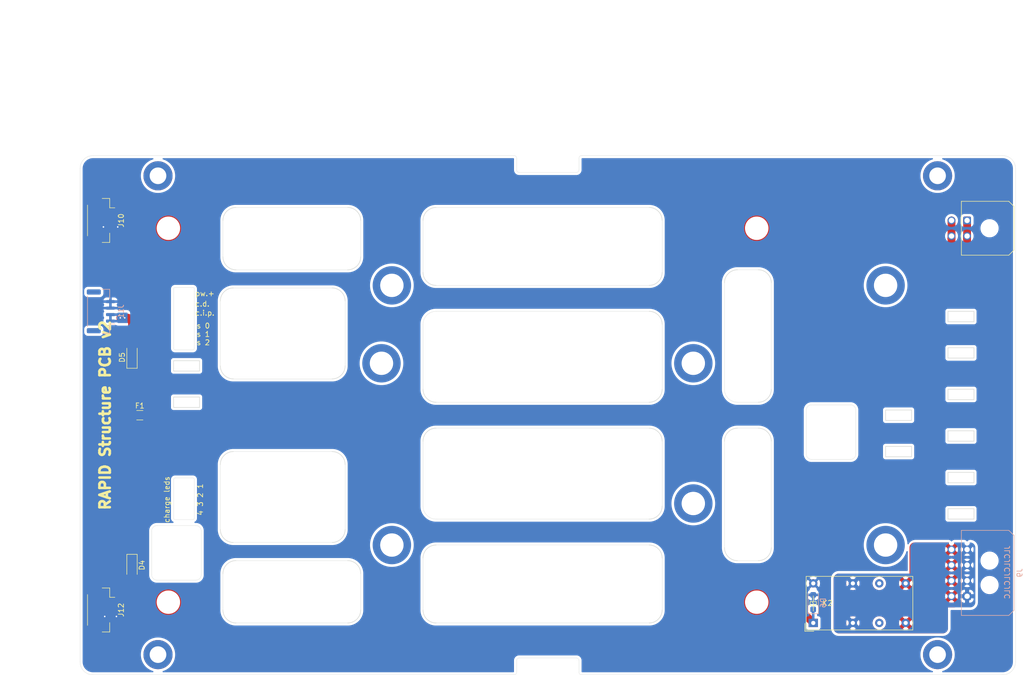
<source format=kicad_pcb>
(kicad_pcb (version 20241229) (generator "pcbnew") (generator_version "9.0")
  (layers (0 "F.Cu" signal) (2 "B.Cu" signal) (13 "F.Paste" user) (15 "B.Paste" user) (5 "F.SilkS" user "F.Silkscreen") (7 "B.SilkS" user "B.Silkscreen") (1 "F.Mask" user) (3 "B.Mask" user) (25 "Edge.Cuts" user))
  (net 0 "")
  (net 1 "GND")
  (net 4 "/SBin")
  (net 5 "/pre_fuse")
  (net 6 "/PBin")
  (net 7 "/post_arm")
  (net 8 "/SBout")
  (net 9 "/HCin")
  (net 10 "/HCout")
  (footprint "Mounting_Wuerth:Mounting_Wuerth_WA-SMSR-3.2mm_H4.6mm_ReverseMount_9775046960" (layer "F.Cu") (at 67 136)
    (property "Reference" "H1" (hide yes))
    (property "Value" "MountingHole" (hide yes))
    (pad "" np_thru_hole circle (at 0 0) (size 4.4 4.4) (drill 4.4) (layers "*.Cu" "*.Mask"))
    (pad "1" smd circle (at -2.975 0) (size 0.942 0.942) (layers "F.Cu"))
    (pad "1" smd circle (at 0 -2.975) (size 0.942 0.942) (layers "F.Cu"))
    (pad "1" smd circle (at 0 2.975) (size 0.942 0.942) (layers "F.Cu"))
    (pad "1" smd custom (at 2.975 0) (size 1.45 1.45) (layers "F.Cu" "F.Mask") (options (clearance outline) (anchor circle)) (primitives (gr_circle (center -2.975 0) (end 0 0) (width 1.45) (fill no))))
  )
  (footprint "Fuse:Fuse_1206_3216Metric_Pad1.42x1.75mm_HandSolder" (layer "F.Cu") (at 61.5 100)
    (property "Reference" "F1" (at 0 -1.82 0) (layer "F.SilkS"))
    (property "Value" "100 mA")
    (fp_line (start -0.602064 -0.91) (end 0.602064 -0.91) (stroke (width 0.12)) (layer "F.SilkS"))
    (fp_line (start -0.602064 0.91) (end 0.602064 0.91) (stroke (width 0.12)) (layer "F.SilkS"))
    (pad "1" smd roundrect (at -1.4875 0) (size 1.425 1.75) (layers "F.Cu" "F.Mask" "F.Paste") (roundrect_rratio 0.175439) (net 5 "/pre_fuse"))
    (pad "2" smd roundrect (at 1.4875 0) (size 1.425 1.75) (layers "F.Cu" "F.Mask" "F.Paste") (roundrect_rratio 0.175439) (net 8 "/SBout"))
  )
  (footprint "Mounting_Wuerth:Mounting_Wuerth_WA-SMSR-3.2mm_H4.6mm_ReverseMount_9775046960" (layer "F.Cu") (at 180.2 64)
    (property "Reference" "H4" (hide yes))
    (property "Value" "MountingHole" (hide yes))
    (pad "" np_thru_hole circle (at 0 0) (size 4.4 4.4) (drill 4.4) (layers "*.Cu" "*.Mask"))
    (pad "1" smd circle (at -2.975 0) (size 0.942 0.942) (layers "F.Cu"))
    (pad "1" smd circle (at 0 -2.975) (size 0.942 0.942) (layers "F.Cu"))
    (pad "1" smd circle (at 0 2.975) (size 0.942 0.942) (layers "F.Cu"))
    (pad "1" smd custom (at 2.975 0) (size 1.45 1.45) (layers "F.Cu" "F.Mask") (options (clearance outline) (anchor circle)) (primitives (gr_circle (center -2.975 0) (end 0 0) (width 1.45) (fill no))))
  )
  (footprint "MountingHole:MountingHole_3.2mm_M3_DIN965_Pad" (layer "F.Cu") (at 215 53.9)
    (property "Reference" "H12" (hide yes))
    (property "Value" "MountingHole" (hide yes))
    (pad "1" thru_hole circle (at 0 0) (size 5.6 5.6) (drill 3.2) (layers "*.Cu" "*.Mask"))
  )
  (footprint "Connector_JST:JST_GH_SM04B-GHS-TB_1x04-1MP_P1.25mm_Horizontal" (layer "F.Cu") (at 54 62.5 -90)
    (property "Reference" "J10" (at 0 -3.9 90) (layer "F.SilkS"))
    (property "Value" "JST-GH 4Pin" (hide yes))
    (fp_line (start -2.965 2.56) (end 2.965 2.56) (stroke (width 0.12)) (layer "F.SilkS"))
    (fp_line (start -4.235 -0.26) (end -4.235 -1.71) (stroke (width 0.12)) (layer "F.SilkS"))
    (fp_line (start 4.235 -0.26) (end 4.235 -1.71) (stroke (width 0.12)) (layer "F.SilkS"))
    (fp_line (start -4.235 -1.71) (end -2.435 -1.71) (stroke (width 0.12)) (layer "F.SilkS"))
    (fp_line (start -2.435 -1.71) (end -2.435 -2.7) (stroke (width 0.12)) (layer "F.SilkS"))
    (fp_line (start 4.235 -1.71) (end 2.435 -1.71) (stroke (width 0.12)) (layer "F.SilkS"))
    (pad "1" smd roundrect (at -1.875 -1.85 270) (size 0.6 1.7) (layers "F.Cu" "F.Mask" "F.Paste") (net 8 "/SBout"))
    (pad "2" smd roundrect (at -0.625 -1.85 270) (size 0.6 1.7) (layers "F.Cu" "F.Mask" "F.Paste") (net 8 "/SBout"))
    (pad "3" smd roundrect (at 0.625 -1.85 270) (size 0.6 1.7) (layers "F.Cu" "F.Mask" "F.Paste") (net 1 "GND"))
    (pad "4" smd roundrect (at 1.875 -1.85 270) (size 0.6 1.7) (layers "F.Cu" "F.Mask" "F.Paste") (net 1 "GND"))
    (pad "MP" smd roundrect (at -3.725 1.35 270) (size 1 2.7) (layers "F.Cu" "F.Mask" "F.Paste"))
    (pad "MP" smd roundrect (at 3.725 1.35 270) (size 1 2.7) (layers "F.Cu" "F.Mask" "F.Paste"))
  )
  (footprint "Relay_THT:Relay_DPDT_Finder_30.22" (layer "F.Cu") (at 191.0825 140)
    (property "Reference" "K2" (at 2.7175 -3.81 180) (layer "F.SilkS"))
    (property "Value" "FINDER-30.22")
    (fp_line (start -1.62 1.6) (end -1.62 0.1) (stroke (width 0.12)) (layer "F.SilkS"))
    (fp_line (start -1.37 -8.97) (end 19.15 -8.97) (stroke (width 0.12)) (layer "F.SilkS"))
    (fp_line (start -1.37 1.35) (end -1.37 -8.97) (stroke (width 0.12)) (layer "F.SilkS"))
    (fp_line (start -0.6 -4.1) (end -0.6 -3.4) (stroke (width 0.12)) (layer "F.SilkS"))
    (fp_line (start -0.6 -3.4) (end 0.6 -3.4) (stroke (width 0.12)) (layer "F.SilkS"))
    (fp_line (start 0 -4.1) (end 0 -5.2) (stroke (width 0.12)) (layer "F.SilkS"))
    (fp_line (start 0 -3.4) (end 0 -2.3) (stroke (width 0.12)) (layer "F.SilkS"))
    (fp_line (start 0.1 1.6) (end -1.62 1.6) (stroke (width 0.12)) (layer "F.SilkS"))
    (fp_line (start 0.2 -3.4) (end -0.2 -4.1) (stroke (width 0.12)) (layer "F.SilkS"))
    (fp_line (start 0.6 -4.1) (end -0.6 -4.1) (stroke (width 0.12)) (layer "F.SilkS"))
    (fp_line (start 0.6 -3.4) (end 0.6 -4.1) (stroke (width 0.12)) (layer "F.SilkS"))
    (fp_line (start 19.15 -8.97) (end 19.15 1.35) (stroke (width 0.12)) (layer "F.SilkS"))
    (fp_line (start 19.15 1.35) (end -1.37 1.35) (stroke (width 0.12)) (layer "F.SilkS"))
    (pad "11" thru_hole circle (at 7.62 0 90) (size 1.6 1.6) (drill 0.8) (layers "*.Cu" "*.Mask") (net 10 "/HCout"))
    (pad "12" thru_hole circle (at 12.7 0 90) (size 1.6 1.6) (drill 0.8) (layers "*.Cu" "*.Mask"))
    (pad "14" thru_hole circle (at 17.78 0 90) (size 1.6 1.6) (drill 0.8) (layers "*.Cu" "*.Mask") (net 9 "/HCin"))
    (pad "21" thru_hole circle (at 7.62 -7.62 90) (size 1.6 1.6) (drill 0.8) (layers "*.Cu" "*.Mask") (net 10 "/HCout"))
    (pad "22" thru_hole circle (at 12.7 -7.62 90) (size 1.6 1.6) (drill 0.8) (layers "*.Cu" "*.Mask"))
    (pad "24" thru_hole circle (at 17.78 -7.62 180) (size 1.6 1.6) (drill 0.8) (layers "*.Cu" "*.Mask") (net 9 "/HCin"))
    (pad "A1" thru_hole rect (at 0 0 90) (size 1.6 1.8) (drill 0.8) (layers "*.Cu" "*.Mask") (net 7 "/post_arm"))
    (pad "A2" thru_hole circle (at 0 -7.62 90) (size 1.6 1.6) (drill 0.8) (layers "*.Cu" "*.Mask") (net 1 "GND"))
  )
  (footprint "Diode_SMD:D_SOD-123F" (layer "F.Cu") (at 60 129 -90)
    (property "Reference" "D4" (at -0.127 -1.905 270) (layer "F.SilkS"))
    (property "Value" "~")
    (fp_line (start -2.21 1) (end 1.65 1) (stroke (width 0.12)) (layer "F.SilkS"))
    (fp_line (start -2.21 -1) (end -2.21 1) (stroke (width 0.12)) (layer "F.SilkS"))
    (fp_line (start -2.21 -1) (end 1.65 -1) (stroke (width 0.12)) (layer "F.SilkS"))
    (pad "1" smd roundrect (at -1.4 0 270) (size 1.1 1.1) (layers "F.Cu" "F.Mask" "F.Paste") (roundrect_rratio 0.2272727273) (net 5 "/pre_fuse"))
    (pad "2" smd roundrect (at 1.4 0 270) (size 1.1 1.1) (layers "F.Cu" "F.Mask" "F.Paste") (roundrect_rratio 0.2272727273) (net 4 "/SBin"))
  )
  (footprint "MountingHole:MountingHole_3.2mm_M3_DIN965_Pad" (layer "F.Cu") (at 65 146.1)
    (property "Reference" "H10" (hide yes))
    (property "Value" "MountingHole" (hide yes))
    (pad "1" thru_hole circle (at 0 0) (size 5.6 5.6) (drill 3.2) (layers "*.Cu" "*.Mask"))
  )
  (footprint "MountingHole:MountingHole_3.2mm_M3_DIN965_Pad" (layer "F.Cu") (at 215 146.1)
    (property "Reference" "H9" (hide yes))
    (property "Value" "MountingHole" (hide yes))
    (pad "1" thru_hole circle (at 0 0) (size 5.6 5.6) (drill 3.2) (layers "*.Cu" "*.Mask"))
  )
  (footprint "MountingHole:MountingHole_3.2mm_M3_DIN965_Pad" (layer "F.Cu") (at 65 53.9)
    (property "Reference" "H11" (hide yes))
    (property "Value" "MountingHole" (hide yes))
    (pad "1" thru_hole circle (at 0 0) (size 5.6 5.6) (drill 3.2) (layers "*.Cu" "*.Mask"))
  )
  (footprint "stigma:Molex_Micro-Fit_3.0_43045-0400_2x02_P3.00mm_Horizontal" (layer "F.Cu") (at 220.68 62.5 -90)
    (property "Reference" "J6" (hide yes))
    (property "Value" "6620XX236022_662004236022" (hide yes))
    (fp_line (start -3.685 1.1) (end -3.685 -8.03) (stroke (width 0.12)) (layer "F.SilkS"))
    (fp_line (start 6.685 1.1) (end -3.685 1.1) (stroke (width 0.12)) (layer "F.SilkS"))
    (fp_line (start -3.685 -8.03) (end -2.685 -9.03) (stroke (width 0.12)) (layer "F.SilkS"))
    (fp_line (start 6.685 -8.03) (end 6.685 1.1) (stroke (width 0.12)) (layer "F.SilkS"))
    (fp_line (start -2.685 -9.03) (end 5.685 -9.03) (stroke (width 0.12)) (layer "F.SilkS"))
    (fp_line (start 5.685 -9.03) (end 6.685 -8.03) (stroke (width 0.12)) (layer "F.SilkS"))
    (pad "" np_thru_hole circle (at 1.5 -4.32 270) (size 3 3) (drill 3) (layers "*.Cu" "*.Mask"))
    (pad "1" thru_hole roundrect (at 0 0 270) (size 1.5 1.5) (drill 1.02) (layers "*.Cu" "*.Mask") (roundrect_rratio 0.166667) (net 7 "/post_arm"))
    (pad "2" thru_hole circle (at 3 0 270) (size 1.5 1.5) (drill 1.02) (layers "*.Cu" "*.Mask") (net 7 "/post_arm"))
    (pad "3" thru_hole circle (at 0 3 270) (size 1.5 1.5) (drill 1.02) (layers "*.Cu" "*.Mask") (net 8 "/SBout"))
    (pad "4" thru_hole circle (at 3 3 270) (size 1.5 1.5) (drill 1.02) (layers "*.Cu" "*.Mask") (net 8 "/SBout"))
  )
  (footprint "Mounting_Wuerth:Mounting_Wuerth_WA-SMSR-3.2mm_H4.6mm_ReverseMount_9775046960" (layer "F.Cu") (at 67 64)
    (property "Reference" "H2" (hide yes))
    (property "Value" "MountingHole" (hide yes))
    (pad "" np_thru_hole circle (at 0 0) (size 4.4 4.4) (drill 4.4) (layers "*.Cu" "*.Mask"))
    (pad "1" smd circle (at -2.975 0) (size 0.942 0.942) (layers "F.Cu"))
    (pad "1" smd circle (at 0 -2.975) (size 0.942 0.942) (layers "F.Cu"))
    (pad "1" smd circle (at 0 2.975) (size 0.942 0.942) (layers "F.Cu"))
    (pad "1" smd custom (at 2.975 0) (size 1.45 1.45) (layers "F.Cu" "F.Mask") (options (clearance outline) (anchor circle)) (primitives (gr_circle (center -2.975 0) (end 0 0) (width 1.45) (fill no))))
  )
  (footprint "Connector_JST:JST_GH_SM04B-GHS-TB_1x04-1MP_P1.25mm_Horizontal" (layer "F.Cu") (at 54 137.5 -90)
    (property "Reference" "J12" (at 0 -3.9 90) (layer "F.SilkS"))
    (property "Value" "JST-GH 4Pin" (hide yes))
    (fp_line (start -2.965 2.56) (end 2.965 2.56) (stroke (width 0.12)) (layer "F.SilkS"))
    (fp_line (start -4.235 -0.26) (end -4.235 -1.71) (stroke (width 0.12)) (layer "F.SilkS"))
    (fp_line (start 4.235 -0.26) (end 4.235 -1.71) (stroke (width 0.12)) (layer "F.SilkS"))
    (fp_line (start -4.235 -1.71) (end -2.435 -1.71) (stroke (width 0.12)) (layer "F.SilkS"))
    (fp_line (start -2.435 -1.71) (end -2.435 -2.7) (stroke (width 0.12)) (layer "F.SilkS"))
    (fp_line (start 4.235 -1.71) (end 2.435 -1.71) (stroke (width 0.12)) (layer "F.SilkS"))
    (pad "1" smd roundrect (at -1.875 -1.85 270) (size 0.6 1.7) (layers "F.Cu" "F.Mask" "F.Paste") (net 4 "/SBin"))
    (pad "2" smd roundrect (at -0.625 -1.85 270) (size 0.6 1.7) (layers "F.Cu" "F.Mask" "F.Paste") (net 4 "/SBin"))
    (pad "3" smd roundrect (at 0.625 -1.85 270) (size 0.6 1.7) (layers "F.Cu" "F.Mask" "F.Paste") (net 1 "GND"))
    (pad "4" smd roundrect (at 1.875 -1.85 270) (size 0.6 1.7) (layers "F.Cu" "F.Mask" "F.Paste") (net 1 "GND"))
    (pad "MP" smd roundrect (at -3.725 1.35 270) (size 1 2.7) (layers "F.Cu" "F.Mask" "F.Paste"))
    (pad "MP" smd roundrect (at 3.725 1.35 270) (size 1 2.7) (layers "F.Cu" "F.Mask" "F.Paste"))
  )
  (footprint "Diode_SMD:D_SOD-123F" (layer "F.Cu") (at 60 88.75 90)
    (property "Reference" "D5" (at -0.127 -1.905 90) (layer "F.SilkS"))
    (property "Value" "~")
    (fp_line (start -2.21 -1) (end 1.65 -1) (stroke (width 0.12)) (layer "F.SilkS"))
    (fp_line (start -2.21 -1) (end -2.21 1) (stroke (width 0.12)) (layer "F.SilkS"))
    (fp_line (start -2.21 1) (end 1.65 1) (stroke (width 0.12)) (layer "F.SilkS"))
    (pad "1" smd roundrect (at -1.4 0 90) (size 1.1 1.1) (layers "F.Cu" "F.Mask" "F.Paste") (roundrect_rratio 0.2272727273) (net 5 "/pre_fuse"))
    (pad "2" smd roundrect (at 1.4 0 90) (size 1.1 1.1) (layers "F.Cu" "F.Mask" "F.Paste") (roundrect_rratio 0.2272727273) (net 6 "/PBin"))
  )
  (footprint "Mounting_Wuerth:Mounting_Wuerth_WA-SMSR-3.2mm_H4.6mm_ReverseMount_9775046960" (layer "F.Cu") (at 180.2 136)
    (property "Reference" "H3" (hide yes))
    (property "Value" "MountingHole" (hide yes))
    (pad "" np_thru_hole circle (at 0 0) (size 4.4 4.4) (drill 4.4) (layers "*.Cu" "*.Mask"))
    (pad "1" smd circle (at -2.975 0) (size 0.942 0.942) (layers "F.Cu"))
    (pad "1" smd circle (at 0 -2.975) (size 0.942 0.942) (layers "F.Cu"))
    (pad "1" smd circle (at 0 2.975) (size 0.942 0.942) (layers "F.Cu"))
    (pad "1" smd custom (at 2.975 0) (size 1.45 1.45) (layers "F.Cu" "F.Mask") (options (clearance outline) (anchor circle)) (primitives (gr_circle (center -2.975 0) (end 0 0) (width 1.45) (fill no))))
  )
  (footprint "Mounting_Wuerth:Mounting_Wuerth_WA-SMSR-3.2mm_H4.6mm_ReverseMount_9775046960" (layer "B.Cu") (at 110 75)
    (property "Reference" "H8" (at 0 0 180) (layer "B.SilkS") (effects (justify mirror)))
    (property "Value" "MountingHole" (hide yes))
    (pad "" np_thru_hole circle (at 0 0) (size 4.4 4.4) (drill 4.4) (layers "*.Cu" "*.Mask"))
    (pad "1" smd circle (at -2.975 0) (size 0.942 0.942) (layers "B.Cu"))
    (pad "1" smd circle (at 0 -2.975) (size 0.942 0.942) (layers "B.Cu"))
    (pad "1" smd circle (at 0 2.975) (size 0.942 0.942) (layers "B.Cu"))
    (pad "1" smd custom (at 2.975 0) (size 1.45 1.45) (layers "B.Cu" "B.Mask") (options (clearance outline) (anchor circle)) (primitives (gr_circle (center -2.975 0) (end 0 0) (width 1.45) (fill no))))
  )
  (footprint "Connector_Molex:Molex_Micro-Fit_3.0_43045-0800_2x04_P3.00mm_Horizontal" (layer "B.Cu") (at 220.68 134.86 90)
    (property "Reference" "J9" (at 4.5 10.12 90) (layer "B.SilkS") (effects (justify mirror)))
    (property "Value" "Conn_02x04_Top_Bottom")
    (fp_line (start 12.685 -1.1) (end -3.685 -1.1) (stroke (width 0.12)) (layer "B.SilkS"))
    (fp_line (start -3.685 -1.1) (end -3.685 8.03) (stroke (width 0.12)) (layer "B.SilkS"))
    (fp_line (start 12.685 8.03) (end 12.685 -1.1) (stroke (width 0.12)) (layer "B.SilkS"))
    (fp_line (start -3.685 8.03) (end -2.685 9.03) (stroke (width 0.12)) (layer "B.SilkS"))
    (fp_line (start 11.685 9.03) (end 12.685 8.03) (stroke (width 0.12)) (layer "B.SilkS"))
    (fp_line (start -2.685 9.03) (end 11.685 9.03) (stroke (width 0.12)) (layer "B.SilkS"))
    (pad "" np_thru_hole circle (at 2.16 4.32 90) (size 3 3) (drill 3) (layers "*.Cu" "*.Mask"))
    (pad "" np_thru_hole circle (at 6.86 4.32 90) (size 3 3) (drill 3) (layers "*.Cu" "*.Mask"))
    (pad "1" thru_hole roundrect (at 0 0 90) (size 1.5 1.5) (drill 1.02) (layers "*.Cu" "*.Mask") (roundrect_rratio 0.166667) (net 10 "/HCout"))
    (pad "2" thru_hole circle (at 3 0 90) (size 1.5 1.5) (drill 1.02) (layers "*.Cu" "*.Mask") (net 10 "/HCout"))
    (pad "3" thru_hole circle (at 6 0 90) (size 1.5 1.5) (drill 1.02) (layers "*.Cu" "*.Mask") (net 10 "/HCout"))
    (pad "4" thru_hole circle (at 9 0 90) (size 1.5 1.5) (drill 1.02) (layers "*.Cu" "*.Mask") (net 10 "/HCout"))
    (pad "5" thru_hole circle (at 0 -3 90) (size 1.5 1.5) (drill 1.02) (layers "*.Cu" "*.Mask") (net 9 "/HCin"))
    (pad "6" thru_hole circle (at 3 -3 90) (size 1.5 1.5) (drill 1.02) (layers "*.Cu" "*.Mask") (net 9 "/HCin"))
    (pad "7" thru_hole circle (at 6 -3 90) (size 1.5 1.5) (drill 1.02) (layers "*.Cu" "*.Mask") (net 9 "/HCin"))
    (pad "8" thru_hole circle (at 9 -3 90) (size 1.5 1.5) (drill 1.02) (layers "*.Cu" "*.Mask") (net 9 "/HCin"))
  )
  (footprint "Connector_JST:JST_GH_SM04B-GHS-TB_1x04-1MP_P1.25mm_Horizontal" (layer "B.Cu") (at 54 80 90)
    (property "Reference" "J11" (at 0 3.9 90) (layer "B.SilkS") (effects (justify mirror)))
    (property "Value" "JST-GH 4Pin" (hide yes))
    (fp_line (start -2.965 -2.56) (end 2.965 -2.56) (stroke (width 0.12)) (layer "B.SilkS"))
    (fp_line (start 4.235 0.26) (end 4.235 1.71) (stroke (width 0.12)) (layer "B.SilkS"))
    (fp_line (start -4.235 0.26) (end -4.235 1.71) (stroke (width 0.12)) (layer "B.SilkS"))
    (fp_line (start 4.235 1.71) (end 2.435 1.71) (stroke (width 0.12)) (layer "B.SilkS"))
    (fp_line (start -2.435 1.71) (end -2.435 2.7) (stroke (width 0.12)) (layer "B.SilkS"))
    (fp_line (start -4.235 1.71) (end -2.435 1.71) (stroke (width 0.12)) (layer "B.SilkS"))
    (pad "1" smd roundrect (at -1.875 1.85 90) (size 0.6 1.7) (layers "B.Cu" "B.Mask" "B.Paste") (net 6 "/PBin"))
    (pad "2" smd roundrect (at -0.625 1.85 90) (size 0.6 1.7) (layers "B.Cu" "B.Mask" "B.Paste") (net 6 "/PBin"))
    (pad "3" smd roundrect (at 0.625 1.85 90) (size 0.6 1.7) (layers "B.Cu" "B.Mask" "B.Paste") (net 1 "GND"))
    (pad "4" smd roundrect (at 1.875 1.85 90) (size 0.6 1.7) (layers "B.Cu" "B.Mask" "B.Paste") (net 1 "GND"))
    (pad "MP" smd roundrect (at -3.725 -1.35 90) (size 1 2.7) (layers "B.Cu" "B.Mask" "B.Paste"))
    (pad "MP" smd roundrect (at 3.725 -1.35 90) (size 1 2.7) (layers "B.Cu" "B.Mask" "B.Paste"))
  )
  (footprint "Mounting_Wuerth:Mounting_Wuerth_WA-SMSR-3.2mm_H4.6mm_ReverseMount_9775046960" (layer "B.Cu") (at 110 125)
    (property "Reference" "H7" (at 0 0 180) (layer "B.SilkS") (effects (justify mirror)))
    (property "Value" "MountingHole" (hide yes))
    (pad "" np_thru_hole circle (at 0 0) (size 4.4 4.4) (drill 4.4) (layers "*.Cu" "*.Mask"))
    (pad "1" smd circle (at -2.975 0) (size 0.942 0.942) (layers "B.Cu"))
    (pad "1" smd circle (at 0 -2.975) (size 0.942 0.942) (layers "B.Cu"))
    (pad "1" smd circle (at 0 2.975) (size 0.942 0.942) (layers "B.Cu"))
    (pad "1" smd custom (at 2.975 0) (size 1.45 1.45) (layers "B.Cu" "B.Mask") (options (clearance outline) (anchor circle)) (primitives (gr_circle (center -2.975 0) (end 0 0) (width 1.45) (fill no))))
  )
  (footprint "Mounting_Wuerth:Mounting_Wuerth_WA-SMSR-3.2mm_H4.6mm_ReverseMount_9775046960" (layer "B.Cu") (at 168 117)
    (property "Reference" "H15" (hide yes))
    (property "Value" "MountingHole")
    (pad "" np_thru_hole circle (at 0 0) (size 4.4 4.4) (drill 4.4) (layers "*.Cu" "*.Mask"))
    (pad "1" smd circle (at -2.975 0) (size 0.942 0.942) (layers "B.Cu"))
    (pad "1" smd circle (at 0 -2.975) (size 0.942 0.942) (layers "B.Cu"))
    (pad "1" smd circle (at 0 2.975) (size 0.942 0.942) (layers "B.Cu"))
    (pad "1" smd custom (at 2.975 0) (size 1.45 1.45) (layers "B.Cu" "B.Mask") (options (clearance outline) (anchor circle)) (primitives (gr_circle (center -2.975 0) (end 0 0) (width 1.45) (fill no))))
  )
  (footprint "Diode_SMD:D_SOD-123F" (layer "B.Cu") (at 191.06325 136 90)
    (property "Reference" "D6" (at -0.127 1.905 270) (layer "B.SilkS") (effects (justify mirror)))
    (property "Value" "~")
    (fp_line (start -2.21 -1) (end 1.65 -1) (stroke (width 0.12)) (layer "B.SilkS"))
    (fp_line (start -2.21 1) (end -2.21 -1) (stroke (width 0.12)) (layer "B.SilkS"))
    (fp_line (start -2.21 1) (end 1.65 1) (stroke (width 0.12)) (layer "B.SilkS"))
    (pad "1" smd roundrect (at -1.4 0 90) (size 1.1 1.1) (layers "B.Cu" "B.Mask" "B.Paste") (roundrect_rratio 0.2272727273) (net 7 "/post_arm"))
    (pad "2" smd roundrect (at 1.4 0 90) (size 1.1 1.1) (layers "B.Cu" "B.Mask" "B.Paste") (roundrect_rratio 0.2272727273) (net 1 "GND"))
  )
  (footprint "Mounting_Wuerth:Mounting_Wuerth_WA-SMSR-3.2mm_H4.6mm_ReverseMount_9775046960" (layer "B.Cu") (at 205 75)
    (property "Reference" "H5" (at 0 0 180) (layer "B.SilkS") (effects (justify mirror)))
    (property "Value" "MountingHole" (hide yes))
    (pad "" np_thru_hole circle (at 0 0) (size 4.4 4.4) (drill 4.4) (layers "*.Cu" "*.Mask"))
    (pad "1" smd circle (at -2.975 0) (size 0.942 0.942) (layers "B.Cu"))
    (pad "1" smd circle (at 0 -2.975) (size 0.942 0.942) (layers "B.Cu"))
    (pad "1" smd circle (at 0 2.975) (size 0.942 0.942) (layers "B.Cu"))
    (pad "1" smd custom (at 2.975 0) (size 1.45 1.45) (layers "B.Cu" "B.Mask") (options (clearance outline) (anchor circle)) (primitives (gr_circle (center -2.975 0) (end 0 0) (width 1.45) (fill no))))
  )
  (footprint "Mounting_Wuerth:Mounting_Wuerth_WA-SMSR-3.2mm_H4.6mm_ReverseMount_9775046960" (layer "B.Cu") (at 205 125)
    (property "Reference" "H6" (at 0 0 180) (layer "B.SilkS") (effects (justify mirror)))
    (property "Value" "MountingHole" (hide yes))
    (pad "" np_thru_hole circle (at 0 0) (size 4.4 4.4) (drill 4.4) (layers "*.Cu" "*.Mask"))
    (pad "1" smd circle (at -2.975 0) (size 0.942 0.942) (layers "B.Cu"))
    (pad "1" smd circle (at 0 -2.975) (size 0.942 0.942) (layers "B.Cu"))
    (pad "1" smd circle (at 0 2.975) (size 0.942 0.942) (layers "B.Cu"))
    (pad "1" smd custom (at 2.975 0) (size 1.45 1.45) (layers "B.Cu" "B.Mask") (options (clearance outline) (anchor circle)) (primitives (gr_circle (center -2.975 0) (end 0 0) (width 1.45) (fill no))))
  )
  (footprint "Mounting_Wuerth:Mounting_Wuerth_WA-SMSR-3.2mm_H4.6mm_ReverseMount_9775046960" (layer "B.Cu") (at 108 90)
    (property "Reference" "H13" (hide yes))
    (property "Value" "MountingHole")
    (pad "" np_thru_hole circle (at 0 0) (size 4.4 4.4) (drill 4.4) (layers "*.Cu" "*.Mask"))
    (pad "1" smd circle (at -2.975 0) (size 0.942 0.942) (layers "B.Cu"))
    (pad "1" smd circle (at 0 -2.975) (size 0.942 0.942) (layers "B.Cu"))
    (pad "1" smd circle (at 0 2.975) (size 0.942 0.942) (layers "B.Cu"))
    (pad "1" smd custom (at 2.975 0) (size 1.45 1.45) (layers "B.Cu" "B.Mask") (options (clearance outline) (anchor circle)) (primitives (gr_circle (center -2.975 0) (end 0 0) (width 1.45) (fill no))))
  )
  (footprint "Mounting_Wuerth:Mounting_Wuerth_WA-SMSR-3.2mm_H4.6mm_ReverseMount_9775046960" (layer "B.Cu") (at 168 90)
    (property "Reference" "H14" (hide yes))
    (property "Value" "MountingHole")
    (pad "" np_thru_hole circle (at 0 0) (size 4.4 4.4) (drill 4.4) (layers "*.Cu" "*.Mask"))
    (pad "1" smd circle (at -2.975 0) (size 0.942 0.942) (layers "B.Cu"))
    (pad "1" smd circle (at 0 -2.975) (size 0.942 0.942) (layers "B.Cu"))
    (pad "1" smd circle (at 0 2.975) (size 0.942 0.942) (layers "B.Cu"))
    (pad "1" smd custom (at 2.975 0) (size 1.45 1.45) (layers "B.Cu" "B.Mask") (options (clearance outline) (anchor circle)) (primitives (gr_circle (center -2.975 0) (end 0 0) (width 1.45) (fill no))))
  )
  (gr_arc (start 118.5 140) (mid 116.732233 139.267767) (end 116 137.5) (stroke (width 0.1)) (layer "Edge.Cuts"))
  (gr_rect (start 217 95) (end 222 97) (stroke (width 0.1)) (fill no) (layer "Edge.Cuts"))
  (gr_arc (start 80 72) (mid 78.232233 71.267767) (end 77.5 69.5) (stroke (width 0.1)) (layer "Edge.Cuts"))
  (gr_arc (start 68 112.4) (mid 68.087868 112.187868) (end 68.3 112.1) (stroke (width 0.05)) (layer "Edge.Cuts"))
  (gr_line (start 104 137.5) (end 104 130.5) (stroke (width 0.05)) (layer "Edge.Cuts"))
  (gr_line (start 72.3 121.25) (end 64.8 121.25) (stroke (width 0.05)) (layer "Edge.Cuts"))
  (gr_line (start 104 69.5) (end 104 62.5) (stroke (width 0.05)) (layer "Edge.Cuts"))
  (gr_line (start 52.5 50) (end 133.5 50) (stroke (width 0.05)) (layer "Edge.Cuts"))
  (gr_arc (start 134 149.5) (mid 133.853553 149.853553) (end 133.5 150) (stroke (width 0.05)) (layer "Edge.Cuts"))
  (gr_arc (start 73.3 130.75) (mid 73.007107 131.457107) (end 72.3 131.75) (stroke (width 0.05)) (layer "Edge.Cuts"))
  (gr_arc (start 183 95) (mid 182.267767 96.767767) (end 180.5 97.5) (stroke (width 0.1)) (layer "Edge.Cuts"))
  (gr_line (start 116 62.5) (end 116 72.5) (stroke (width 0.05)) (layer "Edge.Cuts"))
  (gr_arc (start 159.5 102.5) (mid 161.267767 103.232233) (end 162 105) (stroke (width 0.1)) (layer "Edge.Cuts"))
  (gr_line (start 77 90.5) (end 77 78) (stroke (width 0.05)) (layer "Edge.Cuts"))
  (gr_arc (start 50 52.5) (mid 50.732233 50.732233) (end 52.5 50) (stroke (width 0.05)) (layer "Edge.Cuts"))
  (gr_arc (start 77.5 62.5) (mid 78.232233 60.732233) (end 80 60) (stroke (width 0.1)) (layer "Edge.Cuts"))
  (gr_arc (start 176.5 128) (mid 174.732233 127.267767) (end 174 125.5) (stroke (width 0.1)) (layer "Edge.Cuts"))
  (gr_line (start 183 125.5) (end 183 105) (stroke (width 0.05)) (layer "Edge.Cuts"))
  (gr_line (start 146.5 50) (end 227.5 50) (stroke (width 0.05)) (layer "Edge.Cuts"))
  (gr_line (start 77.5 137.5) (end 77.5 130.5) (stroke (width 0.05)) (layer "Edge.Cuts"))
  (gr_arc (start 199.25 107.5) (mid 198.957107 108.207107) (end 198.25 108.5) (stroke (width 0.05)) (layer "Edge.Cuts"))
  (gr_line (start 227.5 150) (end 146.5 150) (stroke (width 0.05)) (layer "Edge.Cuts"))
  (gr_rect (start 217 111) (end 222 113) (stroke (width 0.1)) (fill no) (layer "Edge.Cuts"))
  (gr_arc (start 98.5 107) (mid 100.267767 107.732233) (end 101 109.5) (stroke (width 0.1)) (layer "Edge.Cuts"))
  (gr_arc (start 189.75 99) (mid 190.042893 98.292893) (end 190.75 98) (stroke (width 0.05)) (layer "Edge.Cuts"))
  (gr_line (start 72 75.7) (end 72 87.1) (stroke (width 0.05)) (layer "Edge.Cuts"))
  (gr_line (start 68 87.1) (end 68 75.7) (stroke (width 0.05)) (layer "Edge.Cuts"))
  (gr_arc (start 162 117.5) (mid 161.267767 119.267767) (end 159.5 120) (stroke (width 0.1)) (layer "Edge.Cuts"))
  (gr_line (start 80 72) (end 101.5 72) (stroke (width 0.05)) (layer "Edge.Cuts"))
  (gr_line (start 118.5 75) (end 159.5 75) (stroke (width 0.05)) (layer "Edge.Cuts"))
  (gr_line (start 79.5 124.5) (end 98.5 124.5) (stroke (width 0.05)) (layer "Edge.Cuts"))
  (gr_line (start 230 52.5) (end 230 147.5) (stroke (width 0.05)) (layer "Edge.Cuts"))
  (gr_arc (start 146 52.75) (mid 145.853553 53.103553) (end 145.5 53.25) (stroke (width 0.05)) (layer "Edge.Cuts"))
  (gr_line (start 189.75 99) (end 189.75 107.5) (stroke (width 0.05)) (layer "Edge.Cuts"))
  (gr_line (start 101 90.5) (end 101 78) (stroke (width 0.05)) (layer "Edge.Cuts"))
  (gr_arc (start 116 127.5) (mid 116.732233 125.732233) (end 118.5 125) (stroke (width 0.1)) (layer "Edge.Cuts"))
  (gr_arc (start 174 105) (mid 174.732233 103.232233) (end 176.5 102.5) (stroke (width 0.1)) (layer "Edge.Cuts"))
  (gr_line (start 174 95) (end 174 74.5) (stroke (width 0.05)) (layer "Edge.Cuts"))
  (gr_line (start 118.5 102.5) (end 159.5 102.5) (stroke (width 0.05)) (layer "Edge.Cuts"))
  (gr_arc (start 162 72.5) (mid 161.267767 74.267767) (end 159.5 75) (stroke (width 0.1)) (layer "Edge.Cuts"))
  (gr_line (start 133.5 150) (end 52.5 150) (stroke (width 0.05)) (layer "Edge.Cuts"))
  (gr_line (start 134.5 146.75) (end 145.5 146.75) (stroke (width 0.05)) (layer "Edge.Cuts"))
  (gr_arc (start 77 109.5) (mid 77.732233 107.732233) (end 79.5 107) (stroke (width 0.1)) (layer "Edge.Cuts"))
  (gr_arc (start 64.8 131.75) (mid 64.092893 131.457107) (end 63.8 130.75) (stroke (width 0.05)) (layer "Edge.Cuts"))
  (gr_arc (start 146 50.5) (mid 146.146447 50.146447) (end 146.5 50) (stroke (width 0.05)) (layer "Edge.Cuts"))
  (gr_arc (start 198.25 98) (mid 198.957107 98.292893) (end 199.25 99) (stroke (width 0.05)) (layer "Edge.Cuts"))
  (gr_arc (start 134.5 53.25) (mid 134.146447 53.103553) (end 134 52.75) (stroke (width 0.05)) (layer "Edge.Cuts"))
  (gr_arc (start 116 105) (mid 116.732233 103.232233) (end 118.5 102.5) (stroke (width 0.1)) (layer "Edge.Cuts"))
  (gr_line (start 176.5 72) (end 180.5 72) (stroke (width 0.05)) (layer "Edge.Cuts"))
  (gr_line (start 145.5 53.25) (end 134.5 53.25) (stroke (width 0.05)) (layer "Edge.Cuts"))
  (gr_line (start 63.8 122.25) (end 63.8 130.75) (stroke (width 0.05)) (layer "Edge.Cuts"))
  (gr_rect (start 68 89.5) (end 73 91.5) (stroke (width 0.1)) (fill no) (layer "Edge.Cuts"))
  (gr_line (start 98.5 107) (end 79.5 107) (stroke (width 0.05)) (layer "Edge.Cuts"))
  (gr_line (start 77 122) (end 77 109.5) (stroke (width 0.05)) (layer "Edge.Cuts"))
  (gr_line (start 116 137.5) (end 116 127.5) (stroke (width 0.05)) (layer "Edge.Cuts"))
  (gr_line (start 77.5 62.5) (end 77.5 69.5) (stroke (width 0.05)) (layer "Edge.Cuts"))
  (gr_arc (start 230 147.5) (mid 229.267767 149.267767) (end 227.5 150) (stroke (width 0.05)) (layer "Edge.Cuts"))
  (gr_line (start 64.8 131.75) (end 72.3 131.75) (stroke (width 0.05)) (layer "Edge.Cuts"))
  (gr_line (start 98.5 75.5) (end 79.5 75.5) (stroke (width 0.05)) (layer "Edge.Cuts"))
  (gr_line (start 101.5 140) (end 80 140) (stroke (width 0.05)) (layer "Edge.Cuts"))
  (gr_rect (start 205 99) (end 210 101) (stroke (width 0.1)) (fill no) (layer "Edge.Cuts"))
  (gr_arc (start 104 137.5) (mid 103.267768 139.26777) (end 101.5 140) (stroke (width 0.1)) (layer "Edge.Cuts"))
  (gr_arc (start 133.5 50) (mid 133.853553 50.146447) (end 134 50.5) (stroke (width 0.05)) (layer "Edge.Cuts"))
  (gr_arc (start 71.7 75.4) (mid 71.912132 75.487868) (end 72 75.7) (stroke (width 0.05)) (layer "Edge.Cuts"))
  (gr_arc (start 52.5 150) (mid 50.732233 149.267767) (end 50 147.5) (stroke (width 0.05)) (layer "Edge.Cuts"))
  (gr_arc (start 101.5 60) (mid 103.267767 60.732233) (end 104 62.5) (stroke (width 0.1)) (layer "Edge.Cuts"))
  (gr_arc (start 159.5 125) (mid 161.267767 125.732233) (end 162 127.5) (stroke (width 0.1)) (layer "Edge.Cuts"))
  (gr_rect (start 217 87) (end 222 89) (stroke (width 0.1)) (fill no) (layer "Edge.Cuts"))
  (gr_line (start 176.5 97.5) (end 180.5 97.5) (stroke (width 0.05)) (layer "Edge.Cuts"))
  (gr_rect (start 68 96.5) (end 73 98.5) (stroke (width 0.1)) (fill no) (layer "Edge.Cuts"))
  (gr_arc (start 71.7 112.1) (mid 71.912132 112.187868) (end 72 112.4) (stroke (width 0.05)) (layer "Edge.Cuts"))
  (gr_arc (start 68.3 120.1) (mid 68.087868 120.012132) (end 68 119.8) (stroke (width 0.05)) (layer "Edge.Cuts"))
  (gr_line (start 68.3 112.1) (end 71.7 112.1) (stroke (width 0.05)) (layer "Edge.Cuts"))
  (gr_arc (start 145.5 146.75) (mid 145.853553 146.896447) (end 146 147.25) (stroke (width 0.05)) (layer "Edge.Cuts"))
  (gr_line (start 71.7 120.1) (end 68.3 120.1) (stroke (width 0.05)) (layer "Edge.Cuts"))
  (gr_line (start 118.5 125) (end 159.5 125) (stroke (width 0.05)) (layer "Edge.Cuts"))
  (gr_arc (start 180.5 102.5) (mid 182.267767 103.232233) (end 183 105) (stroke (width 0.1)) (layer "Edge.Cuts"))
  (gr_line (start 134 149.5) (end 134 147.25) (stroke (width 0.05)) (layer "Edge.Cuts"))
  (gr_arc (start 159.5 80) (mid 161.267767 80.732233) (end 162 82.5) (stroke (width 0.1)) (layer "Edge.Cuts"))
  (gr_arc (start 68.3 87.4) (mid 68.087868 87.312132) (end 68 87.1) (stroke (width 0.05)) (layer "Edge.Cuts"))
  (gr_arc (start 176.5 97.5) (mid 174.732233 96.767767) (end 174 95) (stroke (width 0.05)) (layer "Edge.Cuts"))
  (gr_arc (start 118.5 75) (mid 116.732233 74.267767) (end 116 72.5) (stroke (width 0.1)) (layer "Edge.Cuts"))
  (gr_line (start 180.5 102.5) (end 176.5 102.5) (stroke (width 0.05)) (layer "Edge.Cuts"))
  (gr_rect (start 217 103) (end 222 105) (stroke (width 0.1)) (fill no) (layer "Edge.Cuts"))
  (gr_arc (start 72 87.1) (mid 71.912132 87.312132) (end 71.7 87.4) (stroke (width 0.05)) (layer "Edge.Cuts"))
  (gr_line (start 162 95) (end 162 82.5) (stroke (width 0.05)) (layer "Edge.Cuts"))
  (gr_arc (start 68 75.7) (mid 68.087868 75.487868) (end 68.3 75.4) (stroke (width 0.05)) (layer "Edge.Cuts"))
  (gr_line (start 101 122) (end 101 109.5) (stroke (width 0.05)) (layer "Edge.Cuts"))
  (gr_line (start 146 147.25) (end 146 149.5) (stroke (width 0.05)) (layer "Edge.Cuts"))
  (gr_arc (start 146.5 150) (mid 146.146447 149.853553) (end 146 149.5) (stroke (width 0.05)) (layer "Edge.Cuts"))
  (gr_arc (start 72 119.8) (mid 71.912132 120.012132) (end 71.7 120.1) (stroke (width 0.05)) (layer "Edge.Cuts"))
  (gr_arc (start 180.5 72) (mid 182.267767 72.732233) (end 183 74.5) (stroke (width 0.1)) (layer "Edge.Cuts"))
  (gr_line (start 199.25 107.5) (end 199.25 99) (stroke (width 0.05)) (layer "Edge.Cuts"))
  (gr_arc (start 77 78) (mid 77.732233 76.232233) (end 79.5 75.5) (stroke (width 0.1)) (layer "Edge.Cuts"))
  (gr_arc (start 72.3 121.25) (mid 73.007107 121.542893) (end 73.3 122.25) (stroke (width 0.05)) (layer "Edge.Cuts"))
  (gr_line (start 198.25 98) (end 190.75 98) (stroke (width 0.05)) (layer "Edge.Cuts"))
  (gr_arc (start 118.5 97.5) (mid 116.732233 96.767767) (end 116 95) (stroke (width 0.1)) (layer "Edge.Cuts"))
  (gr_line (start 174 125.5) (end 174 105) (stroke (width 0.05)) (layer "Edge.Cuts"))
  (gr_line (start 159.5 140) (end 118.5 140) (stroke (width 0.05)) (layer "Edge.Cuts"))
  (gr_line (start 159.5 60) (end 118.5 60) (stroke (width 0.05)) (layer "Edge.Cuts"))
  (gr_arc (start 116 82.5) (mid 116.732233 80.732233) (end 118.5 80) (stroke (width 0.05)) (layer "Edge.Cuts"))
  (gr_rect (start 217 118) (end 222 120) (stroke (width 0.1)) (fill no) (layer "Edge.Cuts"))
  (gr_arc (start 63.8 122.25) (mid 64.092893 121.542893) (end 64.8 121.25) (stroke (width 0.05)) (layer "Edge.Cuts"))
  (gr_arc (start 118.5 120) (mid 116.732233 119.267767) (end 116 117.5) (stroke (width 0.05)) (layer "Edge.Cuts"))
  (gr_arc (start 183 125.5) (mid 182.267767 127.267767) (end 180.5 128) (stroke (width 0.1)) (layer "Edge.Cuts"))
  (gr_line (start 162 137.5) (end 162 127.5) (stroke (width 0.05)) (layer "Edge.Cuts"))
  (gr_arc (start 80 140) (mid 78.232233 139.267767) (end 77.5 137.5) (stroke (width 0.1)) (layer "Edge.Cuts"))
  (gr_arc (start 98.5 75.5) (mid 100.267767 76.232233) (end 101 78) (stroke (width 0.1)) (layer "Edge.Cuts"))
  (gr_arc (start 101.5 128) (mid 103.267767 128.732233) (end 104 130.5) (stroke (width 0.1)) (layer "Edge.Cuts"))
  (gr_arc (start 174 74.5) (mid 174.732233 72.732233) (end 176.5 72) (stroke (width 0.1)) (layer "Edge.Cuts"))
  (gr_line (start 183 74.5) (end 183 95) (stroke (width 0.05)) (layer "Edge.Cuts"))
  (gr_line (start 50 147.5) (end 50 52.5) (stroke (width 0.05)) (layer "Edge.Cuts"))
  (gr_arc (start 162 95) (mid 161.267767 96.767767) (end 159.5 97.5) (stroke (width 0.1)) (layer "Edge.Cuts"))
  (gr_line (start 118.5 80) (end 159.5 80) (stroke (width 0.05)) (layer "Edge.Cuts"))
  (gr_line (start 68.3 75.4) (end 71.7 75.4) (stroke (width 0.05)) (layer "Edge.Cuts"))
  (gr_line (start 134 52.75) (end 134 50.5) (stroke (width 0.05)) (layer "Edge.Cuts"))
  (gr_rect (start 205 106) (end 210 108) (stroke (width 0.1)) (fill no) (layer "Edge.Cuts"))
  (gr_line (start 159.5 97.5) (end 118.5 97.5) (stroke (width 0.05)) (layer "Edge.Cuts"))
  (gr_line (start 72 112.4) (end 72 119.8) (stroke (width 0.05)) (layer "Edge.Cuts"))
  (gr_arc (start 77.5 130.5) (mid 78.232233 128.732233) (end 80 128) (stroke (width 0.1)) (layer "Edge.Cuts"))
  (gr_line (start 176.5 128) (end 180.5 128) (stroke (width 0.05)) (layer "Edge.Cuts"))
  (gr_line (start 146 50.5) (end 146 52.75) (stroke (width 0.05)) (layer "Edge.Cuts"))
  (gr_line (start 68.3 87.4) (end 71.7 87.4) (stroke (width 0.05)) (layer "Edge.Cuts"))
  (gr_arc (start 227.5 50) (mid 229.267767 50.732233) (end 230 52.5) (stroke (width 0.05)) (layer "Edge.Cuts"))
  (gr_arc (start 134 147.25) (mid 134.146447 146.896447) (end 134.5 146.75) (stroke (width 0.05)) (layer "Edge.Cuts"))
  (gr_arc (start 159.5 60) (mid 161.267767 60.732233) (end 162 62.5) (stroke (width 0.1)) (layer "Edge.Cuts"))
  (gr_line (start 162 62.5) (end 162 72.5) (stroke (width 0.05)) (layer "Edge.Cuts"))
  (gr_arc (start 116 62.5) (mid 116.732233 60.732233) (end 118.5 60) (stroke (width 0.1)) (layer "Edge.Cuts"))
  (gr_arc (start 79.5 124.5) (mid 77.732233 123.767767) (end 77 122) (stroke (width 0.1)) (layer "Edge.Cuts"))
  (gr_line (start 73.3 130.75) (end 73.3 122.25) (stroke (width 0.05)) (layer "Edge.Cuts"))
  (gr_arc (start 104 69.5) (mid 103.267767 71.267767) (end 101.5 72) (stroke (width 0.1)) (layer "Edge.Cuts"))
  (gr_arc (start 101 122) (mid 100.267767 123.767767) (end 98.5 124.5) (stroke (width 0.1)) (layer "Edge.Cuts"))
  (gr_line (start 190.75 108.5) (end 198.25 108.5) (stroke (width 0.05)) (layer "Edge.Cuts"))
  (gr_arc (start 162 137.5) (mid 161.267767 139.267767) (end 159.5 140) (stroke (width 0.1)) (layer "Edge.Cuts"))
  (gr_arc (start 190.75 108.5) (mid 190.042893 108.207107) (end 189.75 107.5) (stroke (width 0.05)) (layer "Edge.Cuts"))
  (gr_line (start 116 117.5) (end 116 105) (stroke (width 0.05)) (layer "Edge.Cuts"))
  (gr_line (start 162 105) (end 162 117.5) (stroke (width 0.05)) (layer "Edge.Cuts"))
  (gr_line (start 118.5 120) (end 159.5 120) (stroke (width 0.05)) (layer "Edge.Cuts"))
  (gr_line (start 79.5 93) (end 98.5 93) (stroke (width 0.05)) (layer "Edge.Cuts"))
  (gr_line (start 101.5 60) (end 80 60) (stroke (width 0.05)) (layer "Edge.Cuts"))
  (gr_line (start 80 128) (end 101.5 128) (stroke (width 0.05)) (layer "Edge.Cuts"))
  (gr_line (start 116 95) (end 116 82.5) (stroke (width 0.05)) (layer "Edge.Cuts"))
  (gr_arc (start 101 90.5) (mid 100.267767 92.267767) (end 98.5 93) (stroke (width 0.1)) (layer "Edge.Cuts"))
  (gr_line (start 68 119.8) (end 68 112.4) (stroke (width 0.05)) (layer "Edge.Cuts"))
  (gr_rect (start 217 80) (end 222 82) (stroke (width 0.1)) (fill no) (layer "Edge.Cuts"))
  (gr_arc (start 79.5 93) (mid 77.732233 92.267767) (end 77 90.5) (stroke (width 0.1)) (layer "Edge.Cuts"))
  (gr_text "pw.+" (at 72.1 77.15 0) (layer "F.SilkS") (effects (font (size 1 1)) (justify left bottom)))
  (gr_text "RAPID Structure PCB v2" (at 56 100 90) (layer "F.SilkS") (effects (font (size 2 2) (thickness 0.5) (bold yes)) (justify bottom)))
  (gr_text "c.d." (at 72.1 79.15 0) (layer "F.SilkS") (effects (font (size 1 1)) (justify left bottom)))
  (gr_text "4 3 2 1" (at 72.55 116.25 90) (layer "F.SilkS") (effects (font (size 1 1)) (justify top)))
  (gr_text "c.i.p." (at 72.1 80.9 0) (layer "F.SilkS") (effects (font (size 1 1)) (justify left bottom)))
  (gr_text "charge leds" (at 67.3 116.25 90) (layer "F.SilkS") (effects (font (size 1 1)) (justify bottom)))
  (gr_text "s 0\ns 1\ns 2" (at 72.35 84.4 0) (layer "F.SilkS") (effects (font (size 1 1)) (justify left)))
  (gr_text "JLCJLCJLCJLC" (at 229 125 90) (layer "B.SilkS") (effects (font (size 1 1)) (justify left bottom mirror)))
  (segment (start 55.85 63.75) (end 54.5 63.75) (width 0.5) (layer "F.Cu") (net 1))
  (segment (start 55.85 63.75) (end 57.25 63.75) (width 0.5) (layer "F.Cu") (net 1))
  (segment (start 55.85 63.75) (end 55.85 63.125) (width 0.5) (layer "F.Cu") (net 1))
  (segment (start 55.85 139.375) (end 55.85 138.75) (width 0.5) (layer "F.Cu") (net 1))
  (segment (start 55.85 138.75) (end 54.75 138.75) (width 0.5) (layer "F.Cu") (net 1))
  (segment (start 55.85 64.375) (end 55.85 63.75) (width 0.5) (layer "F.Cu") (net 1))
  (segment (start 55.85 138.75) (end 57 138.75) (width 0.5) (layer "F.Cu") (net 1))
  (segment (start 55.85 138.75) (end 55.85 138.125) (width 0.5) (layer "F.Cu") (net 1))
  (via (at 57.25 63.75) (size 0.6) (drill 0.3) (layers "F.Cu" "B.Cu") (net 1))
  (via (at 54.75 138.75) (size 0.6) (drill 0.3) (layers "F.Cu" "B.Cu") (net 1))
  (via (at 57 138.75) (size 0.6) (drill 0.3) (layers "F.Cu" "B.Cu") (net 1))
  (via (at 54.5 63.75) (size 0.6) (drill 0.3) (layers "F.Cu" "B.Cu") (net 1))
  (segment (start 191.06325 132.39925) (end 191.0825 132.38) (width 0.5) (layer "B.Cu") (net 1))
  (segment (start 58.75 136.25) (end 58 136.25) (width 1.5) (layer "F.Cu") (net 4))
  (segment (start 60 130.4) (end 60 135) (width 1.5) (layer "F.Cu") (net 4))
  (segment (start 60 135) (end 58.75 136.25) (width 1.5) (layer "F.Cu") (net 4))
  (segment (start 60 127.6) (end 60 90.15) (width 1.5) (layer "F.Cu") (net 5))
  (segment (start 60 82) (end 60 87.35) (width 1.5) (layer "F.Cu") (net 6))
  (segment (start 59.25 81.25) (end 60 82) (width 1.5) (layer "F.Cu") (net 6))
  (segment (start 58.6 81.25) (end 59.25 81.25) (width 1.5) (layer "F.Cu") (net 6))
  (segment (start 58.6 81.25) (end 57.75 81.25) (width 1.5) (layer "F.Cu") (net 6))
  (via (at 57.75 81.25) (size 0.6) (drill 0.3) (layers "F.Cu" "B.Cu") (net 6))
  (via (at 58.6 81.25) (size 0.6) (drill 0.3) (layers "F.Cu" "B.Cu") (net 6))
  (segment (start 220.68 66) (end 220.68 62.5) (width 1.5) (layer "F.Cu") (net 7))
  (segment (start 187 98.25) (end 187 135.9175) (width 1.5) (layer "F.Cu") (net 7))
  (segment (start 207.5 85.25) (end 200 85.25) (width 1.5) (layer "F.Cu") (net 7))
  (segment (start 220.68 65.5) (end 220.68 66) (width 1.5) (layer "F.Cu") (net 7))
  (segment (start 220.68 72.07) (end 207.5 85.25) (width 1.5) (layer "F.Cu") (net 7))
  (segment (start 187 135.9175) (end 191.0825 140) (width 1.5) (layer "F.Cu") (net 7))
  (segment (start 220.68 66) (end 220.68 72.07) (width 1.5) (layer "F.Cu") (net 7))
  (segment (start 200 85.25) (end 187 98.25) (width 1.5) (layer "F.Cu") (net 7))
  (segment (start 191.06325 139.98075) (end 191.0825 140) (width 0.5) (layer "B.Cu") (net 7))
  (segment (start 191.06325 137.4) (end 191.06325 139.98075) (width 0.5) (layer "B.Cu") (net 7))
  (segment (start 217.68 71.82) (end 206.5 83) (width 1.5) (layer "F.Cu") (net 8))
  (segment (start 206.5 83) (end 199 83) (width 1.5) (layer "F.Cu") (net 8))
  (segment (start 199 83) (end 182 100) (width 1.5) (layer "F.Cu") (net 8))
  (segment (start 63.25 99.7375) (end 63.25 74.25) (width 1.5) (layer "F.Cu") (net 8))
  (segment (start 60.4 63.6) (end 58 61.2) (width 1.5) (layer "F.Cu") (net 8))
  (segment (start 60.4 71.4) (end 60.4 63.6) (width 1.5) (layer "F.Cu") (net 8))
  (segment (start 217.636504 65.956504) (end 217.68 65.913008) (width 1.5) (layer "F.Cu") (net 8))
  (segment (start 63.25 74.25) (end 60.4 71.4) (width 1.5) (layer "F.Cu") (net 8))
  (segment (start 217.68 65.913008) (end 217.68 62.5) (width 1.5) (layer "F.Cu") (net 8))
  (segment (start 62.9875 100) (end 63.25 99.7375) (width 1.5) (layer "F.Cu") (net 8))
  (segment (start 217.68 65.5) (end 217.68 71.82) (width 1.5) (layer "F.Cu") (net 8))
  (segment (start 182 100) (end 62.9875 100) (width 1.5) (layer "F.Cu") (net 8))
  (zone (net 1) (net_name "GND") (layer "F.Cu") (connect_pads (clearance 0.5)) (min_thickness 0.25) (fill yes (thermal_gap 0.5) (thermal_bridge_width 0.5))
    (polygon (pts (xy 55 137.75) (xy 55 139.75) (xy 56.75 139.75) (xy 56.75 137.75)))
  )
  (zone (net 4) (net_name "/SBin") (layer "F.Cu") (connect_pads (clearance 0.5)) (min_thickness 0.25) (fill yes (thermal_gap 0.5) (thermal_bridge_width 0.5))
    (polygon (pts (xy 55 135.25) (xy 55 137.25) (xy 58.5 137.25) (xy 58.5 135.25)))
  )
  (zone (net 1) (net_name "GND") (layer "F.Cu") (connect_pads (clearance 0.5)) (min_thickness 0.25) (fill yes (thermal_gap 0.5) (thermal_bridge_width 0.5))
    (polygon (pts (xy 55 62.75) (xy 55 64.75) (xy 56.75 64.75) (xy 56.75 62.75)))
  )
  (zone (net 9) (net_name "/HCin") (layer "F.Cu") (priority 10) (connect_pads (clearance 0.5)) (min_thickness 0.25) (fill yes (thermal_gap 0.5) (thermal_bridge_width 0.8) (smoothing fillet) (radius 1))
    (polygon (pts (xy 195 130.5) (xy 209.596746 130.5) (xy 209.596746 124.5) (xy 219.096746 124.5) (xy 219.096746 137) (xy 217 137) (xy 217 142) (xy 195 142)))
  )
  (zone (net 8) (net_name "/SBout") (layer "F.Cu") (priority 5) (connect_pads (clearance 0.5)) (min_thickness 0.25) (fill yes (thermal_gap 0.5) (thermal_bridge_width 0.5))
    (polygon (pts (xy 55 60.25) (xy 55 62.25) (xy 58.55 62.25) (xy 58.55 60.25)))
  )
  (zone (net 10) (net_name "/HCout") (layer "B.Cu") (priority 10) (connect_pads (clearance 0.5)) (min_thickness 0.25) (fill yes (thermal_gap 0.5) (thermal_bridge_width 0.8) (smoothing fillet) (radius 1))
    (polygon (pts (xy 195 130.5) (xy 209.765 130.5) (xy 209.765 124.5) (xy 222.265 124.5) (xy 222.265 137) (xy 217 137) (xy 217 142) (xy 195 142)))
  )
  (zone (net 1) (net_name "GND") (layer "B.Cu") (priority 4) (connect_pads (clearance 0.5)) (min_thickness 0.25) (fill yes (thermal_gap 0.5) (thermal_bridge_width 0.5) (island_removal_mode 1) (island_area_min 10))
    (polygon (pts (xy 50 50) (xy 50 150) (xy 230 150) (xy 230 50)))
  )
  (zone (net 6) (net_name "/PBin") (layer "B.Cu") (priority 5) (connect_pads (clearance 0.5)) (min_thickness 0.25) (fill yes (thermal_gap 0.5) (thermal_bridge_width 0.5))
    (polygon (pts (xy 55 80.25) (xy 55 82.25) (xy 59.15 82.25) (xy 59.15 80.25)))
  )
)
</source>
